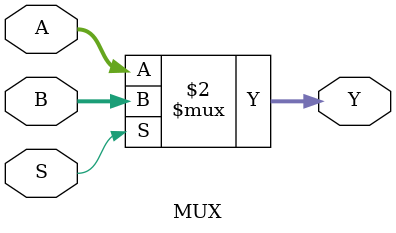
<source format=v>
module MUX(A,B,S,Y);
    input [1:0] A,B;
    input S;
    output [1:0] Y;

    assign Y = (S == 1'b0) ? A : B;
endmodule
</source>
